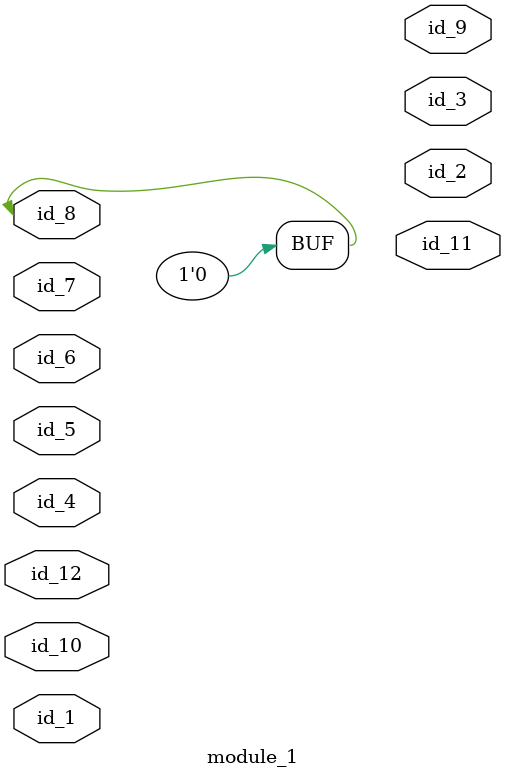
<source format=v>
module module_0;
  assign id_2 = id_1;
endmodule
module module_1 (
    id_1,
    id_2,
    id_3,
    id_4,
    id_5,
    id_6,
    id_7,
    id_8,
    id_9,
    id_10,
    id_11,
    id_12
);
  inout wire id_12;
  output wire id_11;
  inout wire id_10;
  output wire id_9;
  inout wire id_8;
  input wire id_7;
  input wire id_6;
  input wire id_5;
  inout wire id_4;
  output wire id_3;
  output wire id_2;
  inout wire id_1;
  assign id_8 = -1'b0;
  module_0 modCall_1 ();
endmodule

</source>
